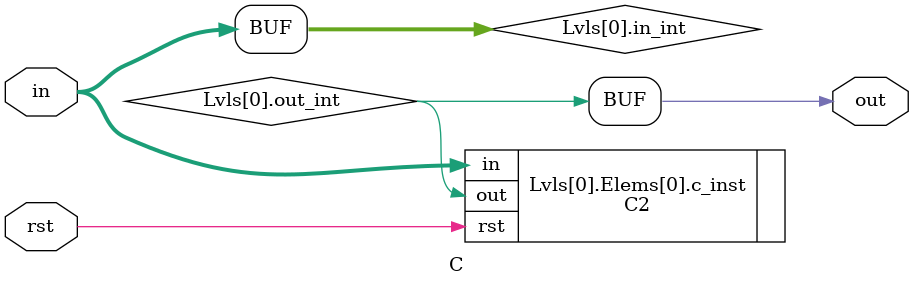
<source format=v>
`timescale 1ns / 1ps

module C#(
	parameter          				IN_NUM = 2
)
(
//---------CTRL-----------------------
	input							rst,
//---------IN-------------------------
	input	[IN_NUM-1 : 0]			in,
//---------OUT------------------------
	output							out
//------------------------------------
);

function [31:0] log2;
	input [31:0] value;
	integer i;
	reg [31:0] j;
	begin
		j = value - 1;
		log2 = 0;
		for (i = 0; i < 31; i = i + 1)
		begin
			if (j[i])
			begin
				log2 = i + 1;
			end
		end
	end
endfunction

function [31:0] parity;
	input [31:0] value;
	input [31:0] len;
	integer idx;
	integer sum;
	begin
		parity = 0;
		sum = 0;
		for (idx = 0; idx < len; idx = idx + 1)
		begin
            sum = sum + value[idx];
		end
		parity = sum[0];
	end
endfunction


localparam NUM_OF_LEVELS = log2(IN_NUM);
localparam ELEM_W = 2;

genvar elem,lvl;



generate for (lvl = 0; lvl < NUM_OF_LEVELS; lvl = lvl + 1) 
begin: Lvls

    localparam in_size = (lvl == 0) ? IN_NUM : (IN_NUM >> lvl) + parity(IN_NUM,lvl);
	
	localparam out_size = ((in_size / 2) + in_size[0]);

	wire [in_size-1:0] in_int;
    wire [out_size-1:0] out_int;
	
	if (lvl == 0) 
	begin
		assign in_int = in;
	end
	else
	begin
		assign in_int = Lvls[lvl-1].out_int;
	end
	
	
    for (elem = 0; elem < in_size / 2; elem = elem + 1) 
    begin: Elems

		// for the first level connect inputs to the module
		C2 c_inst
		(
			.rst(rst),
			.in(in_int[elem * ELEM_W +: ELEM_W]),
			.out(out_int[elem])
		);
		
		if (in_size[0]) // Unalligned input
		begin
			assign out_int[out_size-1] = in_int[in_size-1];
		end
	end
end
endgenerate

assign out = Lvls[NUM_OF_LEVELS-1].out_int[0];






endmodule
</source>
